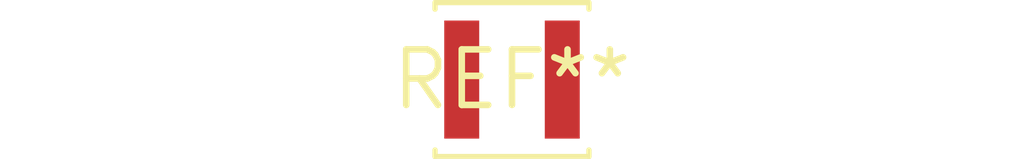
<source format=kicad_pcb>
(kicad_pcb (version 20240108) (generator pcbnew)
  (layers (0 "F.Cu" signal) (31 "B.Cu" signal) (34 "B.Paste" user) (35 "F.Paste" user) (36 "B.SilkS" user "B.Silkscreen") (37 "F.SilkS" user "F.Silkscreen") (38 "B.Mask" user) (39 "F.Mask" user) (44 "Edge.Cuts" user))
  (net 0 "")
  (footprint "L_Changjiang_FNR3021S" (layer "F.Cu") (at 0 0)
    (property "Reference" "REF**")
    (property "Value" "L_Changjiang_FNR3021S")
    (fp_line (start -1.76 -1.76) (end -1.76 -1.61) (layer "F.SilkS") (stroke (width 0.12)))
    (fp_line (start -1.76 -1.76) (end 1.76 -1.76) (layer "F.SilkS") (stroke (width 0.12)))
    (fp_line (start -1.76 1.76) (end -1.76 1.61) (layer "F.SilkS") (stroke (width 0.12)))
    (fp_line (start -1.76 1.76) (end 1.76 1.76) (layer "F.SilkS") (stroke (width 0.12)))
    (fp_line (start 1.76 -1.76) (end 1.76 -1.61) (layer "F.SilkS") (stroke (width 0.12)))
    (fp_line (start 1.76 1.76) (end 1.76 1.61) (layer "F.SilkS") (stroke (width 0.12)))
    (pad "1" smd rect (at -1.15 0) (size 0.8 2.7) (layers "F.Cu" "F.Paste" "F.Mask"))
    (pad "2" smd rect (at 1.15 0) (size 0.8 2.7) (layers "F.Cu" "F.Paste" "F.Mask"))
  )
)
</source>
